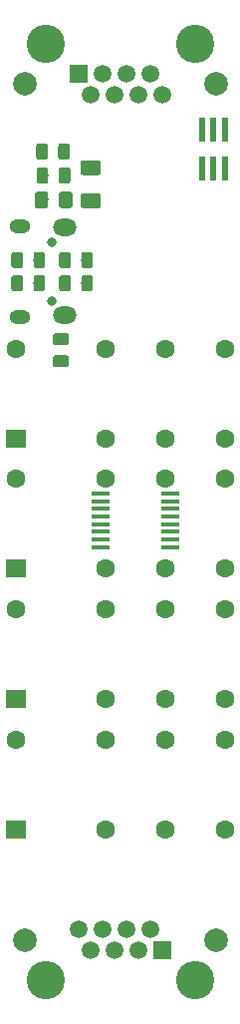
<source format=gbs>
G04 #@! TF.GenerationSoftware,KiCad,Pcbnew,(5.1.4)-1*
G04 #@! TF.CreationDate,2020-09-12T21:49:09-05:00*
G04 #@! TF.ProjectId,NetworkBreaker,4e657477-6f72-46b4-9272-65616b65722e,rev?*
G04 #@! TF.SameCoordinates,Original*
G04 #@! TF.FileFunction,Soldermask,Bot*
G04 #@! TF.FilePolarity,Negative*
%FSLAX46Y46*%
G04 Gerber Fmt 4.6, Leading zero omitted, Abs format (unit mm)*
G04 Created by KiCad (PCBNEW (5.1.4)-1) date 2020-09-12 21:49:09*
%MOMM*%
%LPD*%
G04 APERTURE LIST*
%ADD10R,1.500000X0.450000*%
%ADD11C,1.600000*%
%ADD12R,1.800000X1.600000*%
%ADD13R,0.500000X2.000000*%
%ADD14C,0.150000*%
%ADD15C,0.975000*%
%ADD16C,1.150000*%
%ADD17C,1.250000*%
%ADD18O,0.800000X0.800000*%
%ADD19O,1.800000X1.150000*%
%ADD20O,2.000000X1.450000*%
%ADD21C,2.000000*%
%ADD22C,3.250000*%
%ADD23C,1.500000*%
%ADD24R,1.500000X1.500000*%
G04 APERTURE END LIST*
D10*
X208480000Y-97625000D03*
X208480000Y-98275000D03*
X208480000Y-98925000D03*
X208480000Y-99575000D03*
X208480000Y-100225000D03*
X208480000Y-100875000D03*
X208480000Y-101525000D03*
X208480000Y-102175000D03*
X214380000Y-102175000D03*
X214380000Y-101525000D03*
X214380000Y-100875000D03*
X214380000Y-100225000D03*
X214380000Y-99575000D03*
X214380000Y-98925000D03*
X214380000Y-98275000D03*
X214380000Y-97625000D03*
D11*
X214030000Y-92940000D03*
X219110000Y-92940000D03*
X208950000Y-92940000D03*
X201330000Y-85320000D03*
D12*
X201330000Y-92940000D03*
D11*
X219110000Y-85320000D03*
X214030000Y-85320000D03*
X208950000Y-85320000D03*
X214030000Y-104020000D03*
X219110000Y-104020000D03*
X208950000Y-104020000D03*
X201330000Y-96400000D03*
D12*
X201330000Y-104020000D03*
D11*
X219110000Y-96400000D03*
X214030000Y-96400000D03*
X208950000Y-96400000D03*
X214030000Y-115100000D03*
X219110000Y-115100000D03*
X208950000Y-115100000D03*
X201330000Y-107480000D03*
D12*
X201330000Y-115100000D03*
D11*
X219110000Y-107480000D03*
X214030000Y-107480000D03*
X208950000Y-107480000D03*
X214030000Y-126180000D03*
X219110000Y-126180000D03*
X208950000Y-126180000D03*
X201330000Y-118560000D03*
D12*
X201330000Y-126180000D03*
D11*
X219110000Y-118560000D03*
X214030000Y-118560000D03*
X208950000Y-118560000D03*
D13*
X217097500Y-66701700D03*
X217097500Y-70001700D03*
X218097500Y-66701700D03*
X218097500Y-70001700D03*
X219097500Y-66701700D03*
X219097500Y-70001700D03*
D14*
G36*
X205730942Y-79061706D02*
G01*
X205754603Y-79065216D01*
X205777807Y-79071028D01*
X205800329Y-79079086D01*
X205821953Y-79089314D01*
X205842470Y-79101611D01*
X205861683Y-79115861D01*
X205879407Y-79131925D01*
X205895471Y-79149649D01*
X205909721Y-79168862D01*
X205922018Y-79189379D01*
X205932246Y-79211003D01*
X205940304Y-79233525D01*
X205946116Y-79256729D01*
X205949626Y-79280390D01*
X205950800Y-79304282D01*
X205950800Y-80216782D01*
X205949626Y-80240674D01*
X205946116Y-80264335D01*
X205940304Y-80287539D01*
X205932246Y-80310061D01*
X205922018Y-80331685D01*
X205909721Y-80352202D01*
X205895471Y-80371415D01*
X205879407Y-80389139D01*
X205861683Y-80405203D01*
X205842470Y-80419453D01*
X205821953Y-80431750D01*
X205800329Y-80441978D01*
X205777807Y-80450036D01*
X205754603Y-80455848D01*
X205730942Y-80459358D01*
X205707050Y-80460532D01*
X205219550Y-80460532D01*
X205195658Y-80459358D01*
X205171997Y-80455848D01*
X205148793Y-80450036D01*
X205126271Y-80441978D01*
X205104647Y-80431750D01*
X205084130Y-80419453D01*
X205064917Y-80405203D01*
X205047193Y-80389139D01*
X205031129Y-80371415D01*
X205016879Y-80352202D01*
X205004582Y-80331685D01*
X204994354Y-80310061D01*
X204986296Y-80287539D01*
X204980484Y-80264335D01*
X204976974Y-80240674D01*
X204975800Y-80216782D01*
X204975800Y-79304282D01*
X204976974Y-79280390D01*
X204980484Y-79256729D01*
X204986296Y-79233525D01*
X204994354Y-79211003D01*
X205004582Y-79189379D01*
X205016879Y-79168862D01*
X205031129Y-79149649D01*
X205047193Y-79131925D01*
X205064917Y-79115861D01*
X205084130Y-79101611D01*
X205104647Y-79089314D01*
X205126271Y-79079086D01*
X205148793Y-79071028D01*
X205171997Y-79065216D01*
X205195658Y-79061706D01*
X205219550Y-79060532D01*
X205707050Y-79060532D01*
X205730942Y-79061706D01*
X205730942Y-79061706D01*
G37*
D15*
X205463300Y-79760532D03*
D14*
G36*
X207605942Y-79061706D02*
G01*
X207629603Y-79065216D01*
X207652807Y-79071028D01*
X207675329Y-79079086D01*
X207696953Y-79089314D01*
X207717470Y-79101611D01*
X207736683Y-79115861D01*
X207754407Y-79131925D01*
X207770471Y-79149649D01*
X207784721Y-79168862D01*
X207797018Y-79189379D01*
X207807246Y-79211003D01*
X207815304Y-79233525D01*
X207821116Y-79256729D01*
X207824626Y-79280390D01*
X207825800Y-79304282D01*
X207825800Y-80216782D01*
X207824626Y-80240674D01*
X207821116Y-80264335D01*
X207815304Y-80287539D01*
X207807246Y-80310061D01*
X207797018Y-80331685D01*
X207784721Y-80352202D01*
X207770471Y-80371415D01*
X207754407Y-80389139D01*
X207736683Y-80405203D01*
X207717470Y-80419453D01*
X207696953Y-80431750D01*
X207675329Y-80441978D01*
X207652807Y-80450036D01*
X207629603Y-80455848D01*
X207605942Y-80459358D01*
X207582050Y-80460532D01*
X207094550Y-80460532D01*
X207070658Y-80459358D01*
X207046997Y-80455848D01*
X207023793Y-80450036D01*
X207001271Y-80441978D01*
X206979647Y-80431750D01*
X206959130Y-80419453D01*
X206939917Y-80405203D01*
X206922193Y-80389139D01*
X206906129Y-80371415D01*
X206891879Y-80352202D01*
X206879582Y-80331685D01*
X206869354Y-80310061D01*
X206861296Y-80287539D01*
X206855484Y-80264335D01*
X206851974Y-80240674D01*
X206850800Y-80216782D01*
X206850800Y-79304282D01*
X206851974Y-79280390D01*
X206855484Y-79256729D01*
X206861296Y-79233525D01*
X206869354Y-79211003D01*
X206879582Y-79189379D01*
X206891879Y-79168862D01*
X206906129Y-79149649D01*
X206922193Y-79131925D01*
X206939917Y-79115861D01*
X206959130Y-79101611D01*
X206979647Y-79089314D01*
X207001271Y-79079086D01*
X207023793Y-79071028D01*
X207046997Y-79065216D01*
X207070658Y-79061706D01*
X207094550Y-79060532D01*
X207582050Y-79060532D01*
X207605942Y-79061706D01*
X207605942Y-79061706D01*
G37*
D15*
X207338300Y-79760532D03*
D14*
G36*
X205730942Y-77101674D02*
G01*
X205754603Y-77105184D01*
X205777807Y-77110996D01*
X205800329Y-77119054D01*
X205821953Y-77129282D01*
X205842470Y-77141579D01*
X205861683Y-77155829D01*
X205879407Y-77171893D01*
X205895471Y-77189617D01*
X205909721Y-77208830D01*
X205922018Y-77229347D01*
X205932246Y-77250971D01*
X205940304Y-77273493D01*
X205946116Y-77296697D01*
X205949626Y-77320358D01*
X205950800Y-77344250D01*
X205950800Y-78256750D01*
X205949626Y-78280642D01*
X205946116Y-78304303D01*
X205940304Y-78327507D01*
X205932246Y-78350029D01*
X205922018Y-78371653D01*
X205909721Y-78392170D01*
X205895471Y-78411383D01*
X205879407Y-78429107D01*
X205861683Y-78445171D01*
X205842470Y-78459421D01*
X205821953Y-78471718D01*
X205800329Y-78481946D01*
X205777807Y-78490004D01*
X205754603Y-78495816D01*
X205730942Y-78499326D01*
X205707050Y-78500500D01*
X205219550Y-78500500D01*
X205195658Y-78499326D01*
X205171997Y-78495816D01*
X205148793Y-78490004D01*
X205126271Y-78481946D01*
X205104647Y-78471718D01*
X205084130Y-78459421D01*
X205064917Y-78445171D01*
X205047193Y-78429107D01*
X205031129Y-78411383D01*
X205016879Y-78392170D01*
X205004582Y-78371653D01*
X204994354Y-78350029D01*
X204986296Y-78327507D01*
X204980484Y-78304303D01*
X204976974Y-78280642D01*
X204975800Y-78256750D01*
X204975800Y-77344250D01*
X204976974Y-77320358D01*
X204980484Y-77296697D01*
X204986296Y-77273493D01*
X204994354Y-77250971D01*
X205004582Y-77229347D01*
X205016879Y-77208830D01*
X205031129Y-77189617D01*
X205047193Y-77171893D01*
X205064917Y-77155829D01*
X205084130Y-77141579D01*
X205104647Y-77129282D01*
X205126271Y-77119054D01*
X205148793Y-77110996D01*
X205171997Y-77105184D01*
X205195658Y-77101674D01*
X205219550Y-77100500D01*
X205707050Y-77100500D01*
X205730942Y-77101674D01*
X205730942Y-77101674D01*
G37*
D15*
X205463300Y-77800500D03*
D14*
G36*
X207605942Y-77101674D02*
G01*
X207629603Y-77105184D01*
X207652807Y-77110996D01*
X207675329Y-77119054D01*
X207696953Y-77129282D01*
X207717470Y-77141579D01*
X207736683Y-77155829D01*
X207754407Y-77171893D01*
X207770471Y-77189617D01*
X207784721Y-77208830D01*
X207797018Y-77229347D01*
X207807246Y-77250971D01*
X207815304Y-77273493D01*
X207821116Y-77296697D01*
X207824626Y-77320358D01*
X207825800Y-77344250D01*
X207825800Y-78256750D01*
X207824626Y-78280642D01*
X207821116Y-78304303D01*
X207815304Y-78327507D01*
X207807246Y-78350029D01*
X207797018Y-78371653D01*
X207784721Y-78392170D01*
X207770471Y-78411383D01*
X207754407Y-78429107D01*
X207736683Y-78445171D01*
X207717470Y-78459421D01*
X207696953Y-78471718D01*
X207675329Y-78481946D01*
X207652807Y-78490004D01*
X207629603Y-78495816D01*
X207605942Y-78499326D01*
X207582050Y-78500500D01*
X207094550Y-78500500D01*
X207070658Y-78499326D01*
X207046997Y-78495816D01*
X207023793Y-78490004D01*
X207001271Y-78481946D01*
X206979647Y-78471718D01*
X206959130Y-78459421D01*
X206939917Y-78445171D01*
X206922193Y-78429107D01*
X206906129Y-78411383D01*
X206891879Y-78392170D01*
X206879582Y-78371653D01*
X206869354Y-78350029D01*
X206861296Y-78327507D01*
X206855484Y-78304303D01*
X206851974Y-78280642D01*
X206850800Y-78256750D01*
X206850800Y-77344250D01*
X206851974Y-77320358D01*
X206855484Y-77296697D01*
X206861296Y-77273493D01*
X206869354Y-77250971D01*
X206879582Y-77229347D01*
X206891879Y-77208830D01*
X206906129Y-77189617D01*
X206922193Y-77171893D01*
X206939917Y-77155829D01*
X206959130Y-77141579D01*
X206979647Y-77129282D01*
X207001271Y-77119054D01*
X207023793Y-77110996D01*
X207046997Y-77105184D01*
X207070658Y-77101674D01*
X207094550Y-77100500D01*
X207582050Y-77100500D01*
X207605942Y-77101674D01*
X207605942Y-77101674D01*
G37*
D15*
X207338300Y-77800500D03*
D14*
G36*
X203820305Y-71996304D02*
G01*
X203844573Y-71999904D01*
X203868372Y-72005865D01*
X203891471Y-72014130D01*
X203913650Y-72024620D01*
X203934693Y-72037232D01*
X203954399Y-72051847D01*
X203972577Y-72068323D01*
X203989053Y-72086501D01*
X204003668Y-72106207D01*
X204016280Y-72127250D01*
X204026770Y-72149429D01*
X204035035Y-72172528D01*
X204040996Y-72196327D01*
X204044596Y-72220595D01*
X204045800Y-72245099D01*
X204045800Y-73145101D01*
X204044596Y-73169605D01*
X204040996Y-73193873D01*
X204035035Y-73217672D01*
X204026770Y-73240771D01*
X204016280Y-73262950D01*
X204003668Y-73283993D01*
X203989053Y-73303699D01*
X203972577Y-73321877D01*
X203954399Y-73338353D01*
X203934693Y-73352968D01*
X203913650Y-73365580D01*
X203891471Y-73376070D01*
X203868372Y-73384335D01*
X203844573Y-73390296D01*
X203820305Y-73393896D01*
X203795801Y-73395100D01*
X203145799Y-73395100D01*
X203121295Y-73393896D01*
X203097027Y-73390296D01*
X203073228Y-73384335D01*
X203050129Y-73376070D01*
X203027950Y-73365580D01*
X203006907Y-73352968D01*
X202987201Y-73338353D01*
X202969023Y-73321877D01*
X202952547Y-73303699D01*
X202937932Y-73283993D01*
X202925320Y-73262950D01*
X202914830Y-73240771D01*
X202906565Y-73217672D01*
X202900604Y-73193873D01*
X202897004Y-73169605D01*
X202895800Y-73145101D01*
X202895800Y-72245099D01*
X202897004Y-72220595D01*
X202900604Y-72196327D01*
X202906565Y-72172528D01*
X202914830Y-72149429D01*
X202925320Y-72127250D01*
X202937932Y-72106207D01*
X202952547Y-72086501D01*
X202969023Y-72068323D01*
X202987201Y-72051847D01*
X203006907Y-72037232D01*
X203027950Y-72024620D01*
X203050129Y-72014130D01*
X203073228Y-72005865D01*
X203097027Y-71999904D01*
X203121295Y-71996304D01*
X203145799Y-71995100D01*
X203795801Y-71995100D01*
X203820305Y-71996304D01*
X203820305Y-71996304D01*
G37*
D16*
X203470800Y-72695100D03*
D14*
G36*
X205870305Y-71996304D02*
G01*
X205894573Y-71999904D01*
X205918372Y-72005865D01*
X205941471Y-72014130D01*
X205963650Y-72024620D01*
X205984693Y-72037232D01*
X206004399Y-72051847D01*
X206022577Y-72068323D01*
X206039053Y-72086501D01*
X206053668Y-72106207D01*
X206066280Y-72127250D01*
X206076770Y-72149429D01*
X206085035Y-72172528D01*
X206090996Y-72196327D01*
X206094596Y-72220595D01*
X206095800Y-72245099D01*
X206095800Y-73145101D01*
X206094596Y-73169605D01*
X206090996Y-73193873D01*
X206085035Y-73217672D01*
X206076770Y-73240771D01*
X206066280Y-73262950D01*
X206053668Y-73283993D01*
X206039053Y-73303699D01*
X206022577Y-73321877D01*
X206004399Y-73338353D01*
X205984693Y-73352968D01*
X205963650Y-73365580D01*
X205941471Y-73376070D01*
X205918372Y-73384335D01*
X205894573Y-73390296D01*
X205870305Y-73393896D01*
X205845801Y-73395100D01*
X205195799Y-73395100D01*
X205171295Y-73393896D01*
X205147027Y-73390296D01*
X205123228Y-73384335D01*
X205100129Y-73376070D01*
X205077950Y-73365580D01*
X205056907Y-73352968D01*
X205037201Y-73338353D01*
X205019023Y-73321877D01*
X205002547Y-73303699D01*
X204987932Y-73283993D01*
X204975320Y-73262950D01*
X204964830Y-73240771D01*
X204956565Y-73217672D01*
X204950604Y-73193873D01*
X204947004Y-73169605D01*
X204945800Y-73145101D01*
X204945800Y-72245099D01*
X204947004Y-72220595D01*
X204950604Y-72196327D01*
X204956565Y-72172528D01*
X204964830Y-72149429D01*
X204975320Y-72127250D01*
X204987932Y-72106207D01*
X205002547Y-72086501D01*
X205019023Y-72068323D01*
X205037201Y-72051847D01*
X205056907Y-72037232D01*
X205077950Y-72024620D01*
X205100129Y-72014130D01*
X205123228Y-72005865D01*
X205147027Y-71999904D01*
X205171295Y-71996304D01*
X205195799Y-71995100D01*
X205845801Y-71995100D01*
X205870305Y-71996304D01*
X205870305Y-71996304D01*
G37*
D16*
X205520800Y-72695100D03*
D14*
G36*
X205700942Y-69926174D02*
G01*
X205724603Y-69929684D01*
X205747807Y-69935496D01*
X205770329Y-69943554D01*
X205791953Y-69953782D01*
X205812470Y-69966079D01*
X205831683Y-69980329D01*
X205849407Y-69996393D01*
X205865471Y-70014117D01*
X205879721Y-70033330D01*
X205892018Y-70053847D01*
X205902246Y-70075471D01*
X205910304Y-70097993D01*
X205916116Y-70121197D01*
X205919626Y-70144858D01*
X205920800Y-70168750D01*
X205920800Y-71081250D01*
X205919626Y-71105142D01*
X205916116Y-71128803D01*
X205910304Y-71152007D01*
X205902246Y-71174529D01*
X205892018Y-71196153D01*
X205879721Y-71216670D01*
X205865471Y-71235883D01*
X205849407Y-71253607D01*
X205831683Y-71269671D01*
X205812470Y-71283921D01*
X205791953Y-71296218D01*
X205770329Y-71306446D01*
X205747807Y-71314504D01*
X205724603Y-71320316D01*
X205700942Y-71323826D01*
X205677050Y-71325000D01*
X205189550Y-71325000D01*
X205165658Y-71323826D01*
X205141997Y-71320316D01*
X205118793Y-71314504D01*
X205096271Y-71306446D01*
X205074647Y-71296218D01*
X205054130Y-71283921D01*
X205034917Y-71269671D01*
X205017193Y-71253607D01*
X205001129Y-71235883D01*
X204986879Y-71216670D01*
X204974582Y-71196153D01*
X204964354Y-71174529D01*
X204956296Y-71152007D01*
X204950484Y-71128803D01*
X204946974Y-71105142D01*
X204945800Y-71081250D01*
X204945800Y-70168750D01*
X204946974Y-70144858D01*
X204950484Y-70121197D01*
X204956296Y-70097993D01*
X204964354Y-70075471D01*
X204974582Y-70053847D01*
X204986879Y-70033330D01*
X205001129Y-70014117D01*
X205017193Y-69996393D01*
X205034917Y-69980329D01*
X205054130Y-69966079D01*
X205074647Y-69953782D01*
X205096271Y-69943554D01*
X205118793Y-69935496D01*
X205141997Y-69929684D01*
X205165658Y-69926174D01*
X205189550Y-69925000D01*
X205677050Y-69925000D01*
X205700942Y-69926174D01*
X205700942Y-69926174D01*
G37*
D15*
X205433300Y-70625000D03*
D14*
G36*
X203825942Y-69926174D02*
G01*
X203849603Y-69929684D01*
X203872807Y-69935496D01*
X203895329Y-69943554D01*
X203916953Y-69953782D01*
X203937470Y-69966079D01*
X203956683Y-69980329D01*
X203974407Y-69996393D01*
X203990471Y-70014117D01*
X204004721Y-70033330D01*
X204017018Y-70053847D01*
X204027246Y-70075471D01*
X204035304Y-70097993D01*
X204041116Y-70121197D01*
X204044626Y-70144858D01*
X204045800Y-70168750D01*
X204045800Y-71081250D01*
X204044626Y-71105142D01*
X204041116Y-71128803D01*
X204035304Y-71152007D01*
X204027246Y-71174529D01*
X204017018Y-71196153D01*
X204004721Y-71216670D01*
X203990471Y-71235883D01*
X203974407Y-71253607D01*
X203956683Y-71269671D01*
X203937470Y-71283921D01*
X203916953Y-71296218D01*
X203895329Y-71306446D01*
X203872807Y-71314504D01*
X203849603Y-71320316D01*
X203825942Y-71323826D01*
X203802050Y-71325000D01*
X203314550Y-71325000D01*
X203290658Y-71323826D01*
X203266997Y-71320316D01*
X203243793Y-71314504D01*
X203221271Y-71306446D01*
X203199647Y-71296218D01*
X203179130Y-71283921D01*
X203159917Y-71269671D01*
X203142193Y-71253607D01*
X203126129Y-71235883D01*
X203111879Y-71216670D01*
X203099582Y-71196153D01*
X203089354Y-71174529D01*
X203081296Y-71152007D01*
X203075484Y-71128803D01*
X203071974Y-71105142D01*
X203070800Y-71081250D01*
X203070800Y-70168750D01*
X203071974Y-70144858D01*
X203075484Y-70121197D01*
X203081296Y-70097993D01*
X203089354Y-70075471D01*
X203099582Y-70053847D01*
X203111879Y-70033330D01*
X203126129Y-70014117D01*
X203142193Y-69996393D01*
X203159917Y-69980329D01*
X203179130Y-69966079D01*
X203199647Y-69953782D01*
X203221271Y-69943554D01*
X203243793Y-69935496D01*
X203266997Y-69929684D01*
X203290658Y-69926174D01*
X203314550Y-69925000D01*
X203802050Y-69925000D01*
X203825942Y-69926174D01*
X203825942Y-69926174D01*
G37*
D15*
X203558300Y-70625000D03*
D14*
G36*
X203775142Y-67881474D02*
G01*
X203798803Y-67884984D01*
X203822007Y-67890796D01*
X203844529Y-67898854D01*
X203866153Y-67909082D01*
X203886670Y-67921379D01*
X203905883Y-67935629D01*
X203923607Y-67951693D01*
X203939671Y-67969417D01*
X203953921Y-67988630D01*
X203966218Y-68009147D01*
X203976446Y-68030771D01*
X203984504Y-68053293D01*
X203990316Y-68076497D01*
X203993826Y-68100158D01*
X203995000Y-68124050D01*
X203995000Y-69036550D01*
X203993826Y-69060442D01*
X203990316Y-69084103D01*
X203984504Y-69107307D01*
X203976446Y-69129829D01*
X203966218Y-69151453D01*
X203953921Y-69171970D01*
X203939671Y-69191183D01*
X203923607Y-69208907D01*
X203905883Y-69224971D01*
X203886670Y-69239221D01*
X203866153Y-69251518D01*
X203844529Y-69261746D01*
X203822007Y-69269804D01*
X203798803Y-69275616D01*
X203775142Y-69279126D01*
X203751250Y-69280300D01*
X203263750Y-69280300D01*
X203239858Y-69279126D01*
X203216197Y-69275616D01*
X203192993Y-69269804D01*
X203170471Y-69261746D01*
X203148847Y-69251518D01*
X203128330Y-69239221D01*
X203109117Y-69224971D01*
X203091393Y-69208907D01*
X203075329Y-69191183D01*
X203061079Y-69171970D01*
X203048782Y-69151453D01*
X203038554Y-69129829D01*
X203030496Y-69107307D01*
X203024684Y-69084103D01*
X203021174Y-69060442D01*
X203020000Y-69036550D01*
X203020000Y-68124050D01*
X203021174Y-68100158D01*
X203024684Y-68076497D01*
X203030496Y-68053293D01*
X203038554Y-68030771D01*
X203048782Y-68009147D01*
X203061079Y-67988630D01*
X203075329Y-67969417D01*
X203091393Y-67951693D01*
X203109117Y-67935629D01*
X203128330Y-67921379D01*
X203148847Y-67909082D01*
X203170471Y-67898854D01*
X203192993Y-67890796D01*
X203216197Y-67884984D01*
X203239858Y-67881474D01*
X203263750Y-67880300D01*
X203751250Y-67880300D01*
X203775142Y-67881474D01*
X203775142Y-67881474D01*
G37*
D15*
X203507500Y-68580300D03*
D14*
G36*
X205650142Y-67881474D02*
G01*
X205673803Y-67884984D01*
X205697007Y-67890796D01*
X205719529Y-67898854D01*
X205741153Y-67909082D01*
X205761670Y-67921379D01*
X205780883Y-67935629D01*
X205798607Y-67951693D01*
X205814671Y-67969417D01*
X205828921Y-67988630D01*
X205841218Y-68009147D01*
X205851446Y-68030771D01*
X205859504Y-68053293D01*
X205865316Y-68076497D01*
X205868826Y-68100158D01*
X205870000Y-68124050D01*
X205870000Y-69036550D01*
X205868826Y-69060442D01*
X205865316Y-69084103D01*
X205859504Y-69107307D01*
X205851446Y-69129829D01*
X205841218Y-69151453D01*
X205828921Y-69171970D01*
X205814671Y-69191183D01*
X205798607Y-69208907D01*
X205780883Y-69224971D01*
X205761670Y-69239221D01*
X205741153Y-69251518D01*
X205719529Y-69261746D01*
X205697007Y-69269804D01*
X205673803Y-69275616D01*
X205650142Y-69279126D01*
X205626250Y-69280300D01*
X205138750Y-69280300D01*
X205114858Y-69279126D01*
X205091197Y-69275616D01*
X205067993Y-69269804D01*
X205045471Y-69261746D01*
X205023847Y-69251518D01*
X205003330Y-69239221D01*
X204984117Y-69224971D01*
X204966393Y-69208907D01*
X204950329Y-69191183D01*
X204936079Y-69171970D01*
X204923782Y-69151453D01*
X204913554Y-69129829D01*
X204905496Y-69107307D01*
X204899684Y-69084103D01*
X204896174Y-69060442D01*
X204895000Y-69036550D01*
X204895000Y-68124050D01*
X204896174Y-68100158D01*
X204899684Y-68076497D01*
X204905496Y-68053293D01*
X204913554Y-68030771D01*
X204923782Y-68009147D01*
X204936079Y-67988630D01*
X204950329Y-67969417D01*
X204966393Y-67951693D01*
X204984117Y-67935629D01*
X205003330Y-67921379D01*
X205023847Y-67909082D01*
X205045471Y-67898854D01*
X205067993Y-67890796D01*
X205091197Y-67884984D01*
X205114858Y-67881474D01*
X205138750Y-67880300D01*
X205626250Y-67880300D01*
X205650142Y-67881474D01*
X205650142Y-67881474D01*
G37*
D15*
X205382500Y-68580300D03*
D14*
G36*
X201666942Y-79061706D02*
G01*
X201690603Y-79065216D01*
X201713807Y-79071028D01*
X201736329Y-79079086D01*
X201757953Y-79089314D01*
X201778470Y-79101611D01*
X201797683Y-79115861D01*
X201815407Y-79131925D01*
X201831471Y-79149649D01*
X201845721Y-79168862D01*
X201858018Y-79189379D01*
X201868246Y-79211003D01*
X201876304Y-79233525D01*
X201882116Y-79256729D01*
X201885626Y-79280390D01*
X201886800Y-79304282D01*
X201886800Y-80216782D01*
X201885626Y-80240674D01*
X201882116Y-80264335D01*
X201876304Y-80287539D01*
X201868246Y-80310061D01*
X201858018Y-80331685D01*
X201845721Y-80352202D01*
X201831471Y-80371415D01*
X201815407Y-80389139D01*
X201797683Y-80405203D01*
X201778470Y-80419453D01*
X201757953Y-80431750D01*
X201736329Y-80441978D01*
X201713807Y-80450036D01*
X201690603Y-80455848D01*
X201666942Y-80459358D01*
X201643050Y-80460532D01*
X201155550Y-80460532D01*
X201131658Y-80459358D01*
X201107997Y-80455848D01*
X201084793Y-80450036D01*
X201062271Y-80441978D01*
X201040647Y-80431750D01*
X201020130Y-80419453D01*
X201000917Y-80405203D01*
X200983193Y-80389139D01*
X200967129Y-80371415D01*
X200952879Y-80352202D01*
X200940582Y-80331685D01*
X200930354Y-80310061D01*
X200922296Y-80287539D01*
X200916484Y-80264335D01*
X200912974Y-80240674D01*
X200911800Y-80216782D01*
X200911800Y-79304282D01*
X200912974Y-79280390D01*
X200916484Y-79256729D01*
X200922296Y-79233525D01*
X200930354Y-79211003D01*
X200940582Y-79189379D01*
X200952879Y-79168862D01*
X200967129Y-79149649D01*
X200983193Y-79131925D01*
X201000917Y-79115861D01*
X201020130Y-79101611D01*
X201040647Y-79089314D01*
X201062271Y-79079086D01*
X201084793Y-79071028D01*
X201107997Y-79065216D01*
X201131658Y-79061706D01*
X201155550Y-79060532D01*
X201643050Y-79060532D01*
X201666942Y-79061706D01*
X201666942Y-79061706D01*
G37*
D15*
X201399300Y-79760532D03*
D14*
G36*
X203541942Y-79061706D02*
G01*
X203565603Y-79065216D01*
X203588807Y-79071028D01*
X203611329Y-79079086D01*
X203632953Y-79089314D01*
X203653470Y-79101611D01*
X203672683Y-79115861D01*
X203690407Y-79131925D01*
X203706471Y-79149649D01*
X203720721Y-79168862D01*
X203733018Y-79189379D01*
X203743246Y-79211003D01*
X203751304Y-79233525D01*
X203757116Y-79256729D01*
X203760626Y-79280390D01*
X203761800Y-79304282D01*
X203761800Y-80216782D01*
X203760626Y-80240674D01*
X203757116Y-80264335D01*
X203751304Y-80287539D01*
X203743246Y-80310061D01*
X203733018Y-80331685D01*
X203720721Y-80352202D01*
X203706471Y-80371415D01*
X203690407Y-80389139D01*
X203672683Y-80405203D01*
X203653470Y-80419453D01*
X203632953Y-80431750D01*
X203611329Y-80441978D01*
X203588807Y-80450036D01*
X203565603Y-80455848D01*
X203541942Y-80459358D01*
X203518050Y-80460532D01*
X203030550Y-80460532D01*
X203006658Y-80459358D01*
X202982997Y-80455848D01*
X202959793Y-80450036D01*
X202937271Y-80441978D01*
X202915647Y-80431750D01*
X202895130Y-80419453D01*
X202875917Y-80405203D01*
X202858193Y-80389139D01*
X202842129Y-80371415D01*
X202827879Y-80352202D01*
X202815582Y-80331685D01*
X202805354Y-80310061D01*
X202797296Y-80287539D01*
X202791484Y-80264335D01*
X202787974Y-80240674D01*
X202786800Y-80216782D01*
X202786800Y-79304282D01*
X202787974Y-79280390D01*
X202791484Y-79256729D01*
X202797296Y-79233525D01*
X202805354Y-79211003D01*
X202815582Y-79189379D01*
X202827879Y-79168862D01*
X202842129Y-79149649D01*
X202858193Y-79131925D01*
X202875917Y-79115861D01*
X202895130Y-79101611D01*
X202915647Y-79089314D01*
X202937271Y-79079086D01*
X202959793Y-79071028D01*
X202982997Y-79065216D01*
X203006658Y-79061706D01*
X203030550Y-79060532D01*
X203518050Y-79060532D01*
X203541942Y-79061706D01*
X203541942Y-79061706D01*
G37*
D15*
X203274300Y-79760532D03*
D14*
G36*
X201666942Y-77101674D02*
G01*
X201690603Y-77105184D01*
X201713807Y-77110996D01*
X201736329Y-77119054D01*
X201757953Y-77129282D01*
X201778470Y-77141579D01*
X201797683Y-77155829D01*
X201815407Y-77171893D01*
X201831471Y-77189617D01*
X201845721Y-77208830D01*
X201858018Y-77229347D01*
X201868246Y-77250971D01*
X201876304Y-77273493D01*
X201882116Y-77296697D01*
X201885626Y-77320358D01*
X201886800Y-77344250D01*
X201886800Y-78256750D01*
X201885626Y-78280642D01*
X201882116Y-78304303D01*
X201876304Y-78327507D01*
X201868246Y-78350029D01*
X201858018Y-78371653D01*
X201845721Y-78392170D01*
X201831471Y-78411383D01*
X201815407Y-78429107D01*
X201797683Y-78445171D01*
X201778470Y-78459421D01*
X201757953Y-78471718D01*
X201736329Y-78481946D01*
X201713807Y-78490004D01*
X201690603Y-78495816D01*
X201666942Y-78499326D01*
X201643050Y-78500500D01*
X201155550Y-78500500D01*
X201131658Y-78499326D01*
X201107997Y-78495816D01*
X201084793Y-78490004D01*
X201062271Y-78481946D01*
X201040647Y-78471718D01*
X201020130Y-78459421D01*
X201000917Y-78445171D01*
X200983193Y-78429107D01*
X200967129Y-78411383D01*
X200952879Y-78392170D01*
X200940582Y-78371653D01*
X200930354Y-78350029D01*
X200922296Y-78327507D01*
X200916484Y-78304303D01*
X200912974Y-78280642D01*
X200911800Y-78256750D01*
X200911800Y-77344250D01*
X200912974Y-77320358D01*
X200916484Y-77296697D01*
X200922296Y-77273493D01*
X200930354Y-77250971D01*
X200940582Y-77229347D01*
X200952879Y-77208830D01*
X200967129Y-77189617D01*
X200983193Y-77171893D01*
X201000917Y-77155829D01*
X201020130Y-77141579D01*
X201040647Y-77129282D01*
X201062271Y-77119054D01*
X201084793Y-77110996D01*
X201107997Y-77105184D01*
X201131658Y-77101674D01*
X201155550Y-77100500D01*
X201643050Y-77100500D01*
X201666942Y-77101674D01*
X201666942Y-77101674D01*
G37*
D15*
X201399300Y-77800500D03*
D14*
G36*
X203541942Y-77101674D02*
G01*
X203565603Y-77105184D01*
X203588807Y-77110996D01*
X203611329Y-77119054D01*
X203632953Y-77129282D01*
X203653470Y-77141579D01*
X203672683Y-77155829D01*
X203690407Y-77171893D01*
X203706471Y-77189617D01*
X203720721Y-77208830D01*
X203733018Y-77229347D01*
X203743246Y-77250971D01*
X203751304Y-77273493D01*
X203757116Y-77296697D01*
X203760626Y-77320358D01*
X203761800Y-77344250D01*
X203761800Y-78256750D01*
X203760626Y-78280642D01*
X203757116Y-78304303D01*
X203751304Y-78327507D01*
X203743246Y-78350029D01*
X203733018Y-78371653D01*
X203720721Y-78392170D01*
X203706471Y-78411383D01*
X203690407Y-78429107D01*
X203672683Y-78445171D01*
X203653470Y-78459421D01*
X203632953Y-78471718D01*
X203611329Y-78481946D01*
X203588807Y-78490004D01*
X203565603Y-78495816D01*
X203541942Y-78499326D01*
X203518050Y-78500500D01*
X203030550Y-78500500D01*
X203006658Y-78499326D01*
X202982997Y-78495816D01*
X202959793Y-78490004D01*
X202937271Y-78481946D01*
X202915647Y-78471718D01*
X202895130Y-78459421D01*
X202875917Y-78445171D01*
X202858193Y-78429107D01*
X202842129Y-78411383D01*
X202827879Y-78392170D01*
X202815582Y-78371653D01*
X202805354Y-78350029D01*
X202797296Y-78327507D01*
X202791484Y-78304303D01*
X202787974Y-78280642D01*
X202786800Y-78256750D01*
X202786800Y-77344250D01*
X202787974Y-77320358D01*
X202791484Y-77296697D01*
X202797296Y-77273493D01*
X202805354Y-77250971D01*
X202815582Y-77229347D01*
X202827879Y-77208830D01*
X202842129Y-77189617D01*
X202858193Y-77171893D01*
X202875917Y-77155829D01*
X202895130Y-77141579D01*
X202915647Y-77129282D01*
X202937271Y-77119054D01*
X202959793Y-77110996D01*
X202982997Y-77105184D01*
X203006658Y-77101674D01*
X203030550Y-77100500D01*
X203518050Y-77100500D01*
X203541942Y-77101674D01*
X203541942Y-77101674D01*
G37*
D15*
X203274300Y-77800500D03*
D14*
G36*
X208307604Y-69337804D02*
G01*
X208331873Y-69341404D01*
X208355671Y-69347365D01*
X208378771Y-69355630D01*
X208400949Y-69366120D01*
X208421993Y-69378733D01*
X208441698Y-69393347D01*
X208459877Y-69409823D01*
X208476353Y-69428002D01*
X208490967Y-69447707D01*
X208503580Y-69468751D01*
X208514070Y-69490929D01*
X208522335Y-69514029D01*
X208528296Y-69537827D01*
X208531896Y-69562096D01*
X208533100Y-69586600D01*
X208533100Y-70336600D01*
X208531896Y-70361104D01*
X208528296Y-70385373D01*
X208522335Y-70409171D01*
X208514070Y-70432271D01*
X208503580Y-70454449D01*
X208490967Y-70475493D01*
X208476353Y-70495198D01*
X208459877Y-70513377D01*
X208441698Y-70529853D01*
X208421993Y-70544467D01*
X208400949Y-70557080D01*
X208378771Y-70567570D01*
X208355671Y-70575835D01*
X208331873Y-70581796D01*
X208307604Y-70585396D01*
X208283100Y-70586600D01*
X207033100Y-70586600D01*
X207008596Y-70585396D01*
X206984327Y-70581796D01*
X206960529Y-70575835D01*
X206937429Y-70567570D01*
X206915251Y-70557080D01*
X206894207Y-70544467D01*
X206874502Y-70529853D01*
X206856323Y-70513377D01*
X206839847Y-70495198D01*
X206825233Y-70475493D01*
X206812620Y-70454449D01*
X206802130Y-70432271D01*
X206793865Y-70409171D01*
X206787904Y-70385373D01*
X206784304Y-70361104D01*
X206783100Y-70336600D01*
X206783100Y-69586600D01*
X206784304Y-69562096D01*
X206787904Y-69537827D01*
X206793865Y-69514029D01*
X206802130Y-69490929D01*
X206812620Y-69468751D01*
X206825233Y-69447707D01*
X206839847Y-69428002D01*
X206856323Y-69409823D01*
X206874502Y-69393347D01*
X206894207Y-69378733D01*
X206915251Y-69366120D01*
X206937429Y-69355630D01*
X206960529Y-69347365D01*
X206984327Y-69341404D01*
X207008596Y-69337804D01*
X207033100Y-69336600D01*
X208283100Y-69336600D01*
X208307604Y-69337804D01*
X208307604Y-69337804D01*
G37*
D17*
X207658100Y-69961600D03*
D14*
G36*
X208307604Y-72137804D02*
G01*
X208331873Y-72141404D01*
X208355671Y-72147365D01*
X208378771Y-72155630D01*
X208400949Y-72166120D01*
X208421993Y-72178733D01*
X208441698Y-72193347D01*
X208459877Y-72209823D01*
X208476353Y-72228002D01*
X208490967Y-72247707D01*
X208503580Y-72268751D01*
X208514070Y-72290929D01*
X208522335Y-72314029D01*
X208528296Y-72337827D01*
X208531896Y-72362096D01*
X208533100Y-72386600D01*
X208533100Y-73136600D01*
X208531896Y-73161104D01*
X208528296Y-73185373D01*
X208522335Y-73209171D01*
X208514070Y-73232271D01*
X208503580Y-73254449D01*
X208490967Y-73275493D01*
X208476353Y-73295198D01*
X208459877Y-73313377D01*
X208441698Y-73329853D01*
X208421993Y-73344467D01*
X208400949Y-73357080D01*
X208378771Y-73367570D01*
X208355671Y-73375835D01*
X208331873Y-73381796D01*
X208307604Y-73385396D01*
X208283100Y-73386600D01*
X207033100Y-73386600D01*
X207008596Y-73385396D01*
X206984327Y-73381796D01*
X206960529Y-73375835D01*
X206937429Y-73367570D01*
X206915251Y-73357080D01*
X206894207Y-73344467D01*
X206874502Y-73329853D01*
X206856323Y-73313377D01*
X206839847Y-73295198D01*
X206825233Y-73275493D01*
X206812620Y-73254449D01*
X206802130Y-73232271D01*
X206793865Y-73209171D01*
X206787904Y-73185373D01*
X206784304Y-73161104D01*
X206783100Y-73136600D01*
X206783100Y-72386600D01*
X206784304Y-72362096D01*
X206787904Y-72337827D01*
X206793865Y-72314029D01*
X206802130Y-72290929D01*
X206812620Y-72268751D01*
X206825233Y-72247707D01*
X206839847Y-72228002D01*
X206856323Y-72209823D01*
X206874502Y-72193347D01*
X206894207Y-72178733D01*
X206915251Y-72166120D01*
X206937429Y-72155630D01*
X206960529Y-72147365D01*
X206984327Y-72141404D01*
X207008596Y-72137804D01*
X207033100Y-72136600D01*
X208283100Y-72136600D01*
X208307604Y-72137804D01*
X208307604Y-72137804D01*
G37*
D17*
X207658100Y-72761600D03*
D14*
G36*
X205598242Y-85897074D02*
G01*
X205621903Y-85900584D01*
X205645107Y-85906396D01*
X205667629Y-85914454D01*
X205689253Y-85924682D01*
X205709770Y-85936979D01*
X205728983Y-85951229D01*
X205746707Y-85967293D01*
X205762771Y-85985017D01*
X205777021Y-86004230D01*
X205789318Y-86024747D01*
X205799546Y-86046371D01*
X205807604Y-86068893D01*
X205813416Y-86092097D01*
X205816926Y-86115758D01*
X205818100Y-86139650D01*
X205818100Y-86627150D01*
X205816926Y-86651042D01*
X205813416Y-86674703D01*
X205807604Y-86697907D01*
X205799546Y-86720429D01*
X205789318Y-86742053D01*
X205777021Y-86762570D01*
X205762771Y-86781783D01*
X205746707Y-86799507D01*
X205728983Y-86815571D01*
X205709770Y-86829821D01*
X205689253Y-86842118D01*
X205667629Y-86852346D01*
X205645107Y-86860404D01*
X205621903Y-86866216D01*
X205598242Y-86869726D01*
X205574350Y-86870900D01*
X204661850Y-86870900D01*
X204637958Y-86869726D01*
X204614297Y-86866216D01*
X204591093Y-86860404D01*
X204568571Y-86852346D01*
X204546947Y-86842118D01*
X204526430Y-86829821D01*
X204507217Y-86815571D01*
X204489493Y-86799507D01*
X204473429Y-86781783D01*
X204459179Y-86762570D01*
X204446882Y-86742053D01*
X204436654Y-86720429D01*
X204428596Y-86697907D01*
X204422784Y-86674703D01*
X204419274Y-86651042D01*
X204418100Y-86627150D01*
X204418100Y-86139650D01*
X204419274Y-86115758D01*
X204422784Y-86092097D01*
X204428596Y-86068893D01*
X204436654Y-86046371D01*
X204446882Y-86024747D01*
X204459179Y-86004230D01*
X204473429Y-85985017D01*
X204489493Y-85967293D01*
X204507217Y-85951229D01*
X204526430Y-85936979D01*
X204546947Y-85924682D01*
X204568571Y-85914454D01*
X204591093Y-85906396D01*
X204614297Y-85900584D01*
X204637958Y-85897074D01*
X204661850Y-85895900D01*
X205574350Y-85895900D01*
X205598242Y-85897074D01*
X205598242Y-85897074D01*
G37*
D15*
X205118100Y-86383400D03*
D14*
G36*
X205598242Y-84022074D02*
G01*
X205621903Y-84025584D01*
X205645107Y-84031396D01*
X205667629Y-84039454D01*
X205689253Y-84049682D01*
X205709770Y-84061979D01*
X205728983Y-84076229D01*
X205746707Y-84092293D01*
X205762771Y-84110017D01*
X205777021Y-84129230D01*
X205789318Y-84149747D01*
X205799546Y-84171371D01*
X205807604Y-84193893D01*
X205813416Y-84217097D01*
X205816926Y-84240758D01*
X205818100Y-84264650D01*
X205818100Y-84752150D01*
X205816926Y-84776042D01*
X205813416Y-84799703D01*
X205807604Y-84822907D01*
X205799546Y-84845429D01*
X205789318Y-84867053D01*
X205777021Y-84887570D01*
X205762771Y-84906783D01*
X205746707Y-84924507D01*
X205728983Y-84940571D01*
X205709770Y-84954821D01*
X205689253Y-84967118D01*
X205667629Y-84977346D01*
X205645107Y-84985404D01*
X205621903Y-84991216D01*
X205598242Y-84994726D01*
X205574350Y-84995900D01*
X204661850Y-84995900D01*
X204637958Y-84994726D01*
X204614297Y-84991216D01*
X204591093Y-84985404D01*
X204568571Y-84977346D01*
X204546947Y-84967118D01*
X204526430Y-84954821D01*
X204507217Y-84940571D01*
X204489493Y-84924507D01*
X204473429Y-84906783D01*
X204459179Y-84887570D01*
X204446882Y-84867053D01*
X204436654Y-84845429D01*
X204428596Y-84822907D01*
X204422784Y-84799703D01*
X204419274Y-84776042D01*
X204418100Y-84752150D01*
X204418100Y-84264650D01*
X204419274Y-84240758D01*
X204422784Y-84217097D01*
X204428596Y-84193893D01*
X204436654Y-84171371D01*
X204446882Y-84149747D01*
X204459179Y-84129230D01*
X204473429Y-84110017D01*
X204489493Y-84092293D01*
X204507217Y-84076229D01*
X204526430Y-84061979D01*
X204546947Y-84049682D01*
X204568571Y-84039454D01*
X204591093Y-84031396D01*
X204614297Y-84025584D01*
X204637958Y-84022074D01*
X204661850Y-84020900D01*
X205574350Y-84020900D01*
X205598242Y-84022074D01*
X205598242Y-84022074D01*
G37*
D15*
X205118100Y-84508400D03*
D18*
X204356000Y-81278400D03*
X204356000Y-76278400D03*
D19*
X201606000Y-82653400D03*
X201606000Y-74903400D03*
D20*
X205406000Y-82503400D03*
X205406000Y-75053400D03*
D21*
X202034000Y-62853600D03*
X218294000Y-62853600D03*
D22*
X216514000Y-59423600D03*
X203814000Y-59423600D03*
D23*
X213744000Y-63743600D03*
X211704000Y-63743600D03*
X209664000Y-63743600D03*
X207624000Y-63743600D03*
X212724000Y-61963600D03*
X210684000Y-61963600D03*
X208644000Y-61963600D03*
D24*
X206604000Y-61963600D03*
D21*
X218344800Y-135546400D03*
X202084800Y-135546400D03*
D22*
X203864800Y-138976400D03*
X216564800Y-138976400D03*
D23*
X206634800Y-134656400D03*
X208674800Y-134656400D03*
X210714800Y-134656400D03*
X212754800Y-134656400D03*
X207654800Y-136436400D03*
X209694800Y-136436400D03*
X211734800Y-136436400D03*
D24*
X213774800Y-136436400D03*
M02*

</source>
